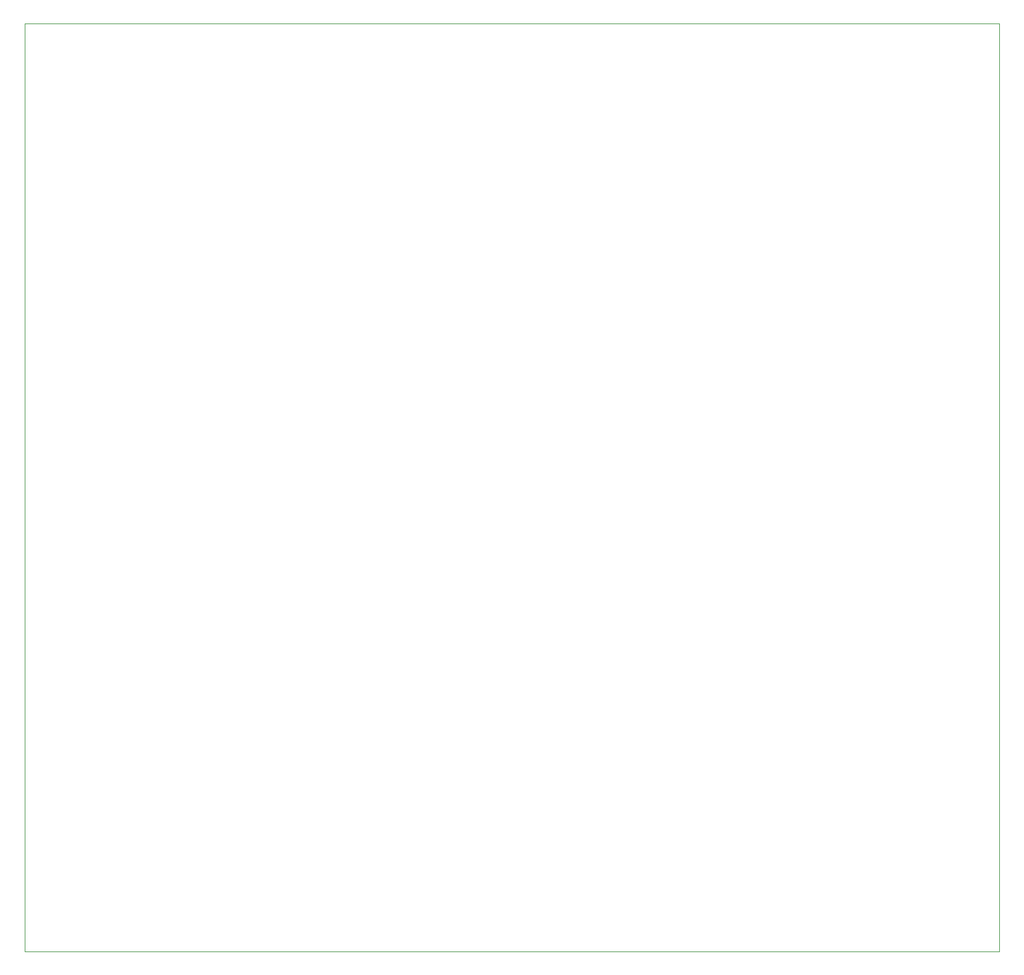
<source format=gm1>
G04 #@! TF.GenerationSoftware,KiCad,Pcbnew,6.0.10-86aedd382b~118~ubuntu18.04.1*
G04 #@! TF.CreationDate,2025-04-04T14:58:15-06:00*
G04 #@! TF.ProjectId,mss-xcade,6d73732d-7863-4616-9465-2e6b69636164,rev?*
G04 #@! TF.SameCoordinates,Original*
G04 #@! TF.FileFunction,Profile,NP*
%FSLAX46Y46*%
G04 Gerber Fmt 4.6, Leading zero omitted, Abs format (unit mm)*
G04 Created by KiCad (PCBNEW 6.0.10-86aedd382b~118~ubuntu18.04.1) date 2025-04-04 14:58:15*
%MOMM*%
%LPD*%
G01*
G04 APERTURE LIST*
G04 #@! TA.AperFunction,Profile*
%ADD10C,0.100000*%
G04 #@! TD*
G04 APERTURE END LIST*
D10*
X76200000Y-22860000D02*
X209550000Y-22860000D01*
X209550000Y-22860000D02*
X209550000Y-149860000D01*
X209550000Y-149860000D02*
X76200000Y-149860000D01*
X76200000Y-149860000D02*
X76200000Y-22860000D01*
M02*

</source>
